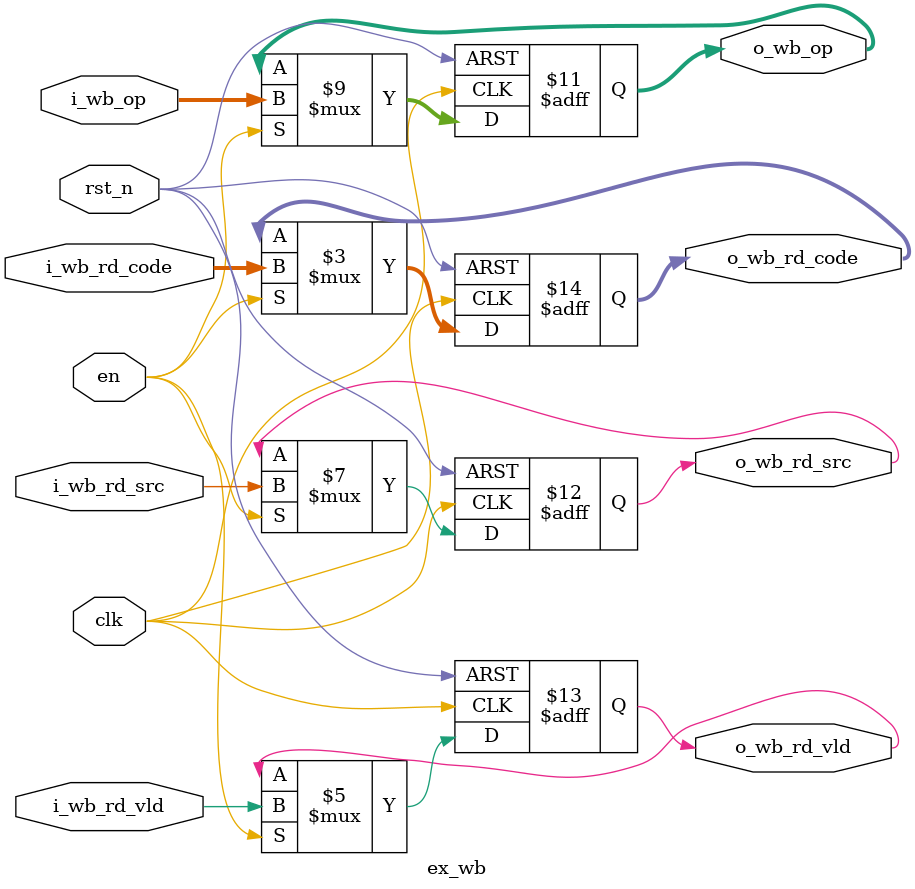
<source format=v>
module ex_wb (
    input clk,
    input rst_n,
    input en,
    
    input [31:0]        i_wb_op,
    input               i_wb_rd_src,
    input               i_wb_rd_vld,
    input [3:0]         i_wb_rd_code,

    output reg[31:0]    o_wb_op,
    output reg          o_wb_rd_src,
    output reg          o_wb_rd_vld,
    output reg [3:0]    o_wb_rd_code

    /* other signal will generate by mem ctrl */
    
);
    /*
        instruction in WB phase will unconditional execution
    */
    always @(posedge clk or negedge rst_n) begin
        if (!rst_n) begin
            o_wb_op         <=  'b0;
            o_wb_rd_src     <=  'b0;
            o_wb_rd_vld     <=  'b0;
            o_wb_rd_code    <=  'b0;
        end
        else if (en) begin
            o_wb_op         <=  i_wb_op      ;
            o_wb_rd_src     <=  i_wb_rd_src  ;
            o_wb_rd_vld     <=  i_wb_rd_vld  ;
            o_wb_rd_code    <=  i_wb_rd_code ;
        end
    end
endmodule
</source>
